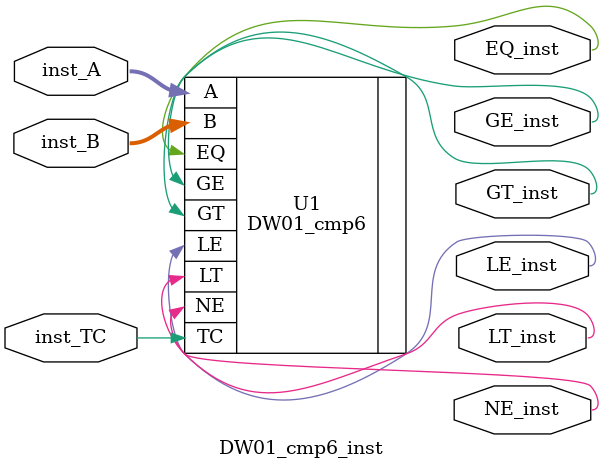
<source format=v>
module DW01_cmp6_inst( inst_A, inst_B, inst_TC, LT_inst, GT_inst, 
                       EQ_inst, LE_inst, GE_inst, NE_inst );

  parameter width = 8;

  input [width-1 : 0] inst_A;
  input [width-1 : 0] inst_B;
  input inst_TC;
  output LT_inst;
  output GT_inst;
  output EQ_inst;
  output LE_inst;
  output GE_inst;
  output NE_inst;

  // Instance of DW01_cmp6
  DW01_cmp6 #(width)
    U1 ( .A(inst_A), .B(inst_B), .TC(inst_TC), .LT(LT_inst), .GT(GT_inst),
         .EQ(EQ_inst), .LE(LE_inst), .GE(GE_inst), .NE(NE_inst) );

endmodule


</source>
